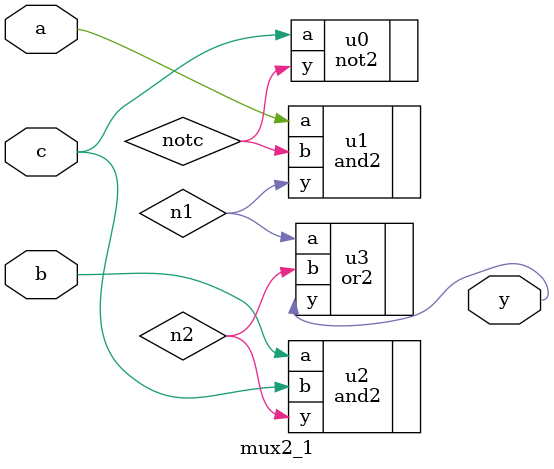
<source format=v>
module mux2_1(input a, input b, input c, output y);
  wire notc, notb, n1, n2;  
  
  not2 u0(.a(c), .y(notc));         
  and2 u1(.a(a), .b(notc), .y(n1)); 
  and2 u2(.a(b), .b(c), .y(n2));
  or2  u3(.a(n1), .b(n2), .y(y));

endmodule

</source>
